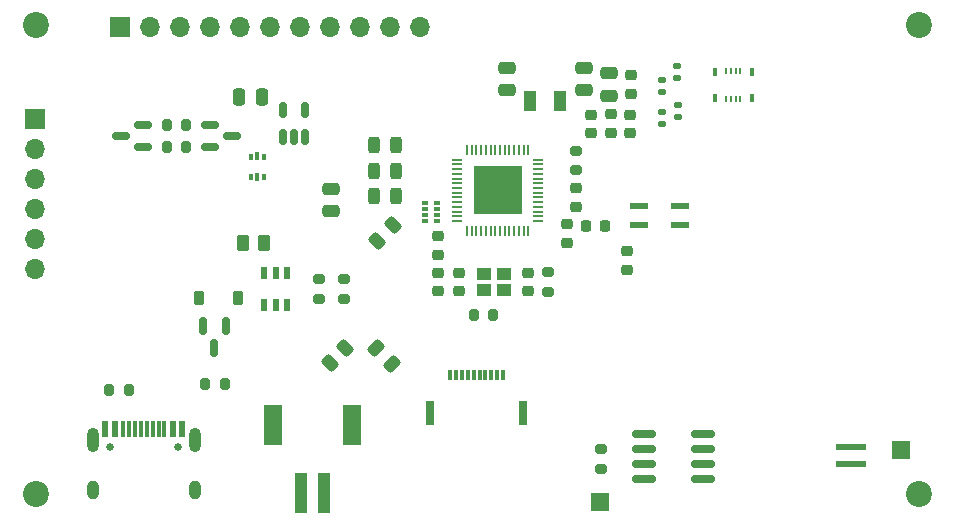
<source format=gts>
G04 #@! TF.GenerationSoftware,KiCad,Pcbnew,7.0.11-7.0.11~ubuntu22.04.1*
G04 #@! TF.CreationDate,2024-06-25T15:30:52+02:00*
G04 #@! TF.ProjectId,S3-silicon-Sharp-Touch,53332d73-696c-4696-936f-6e2d53686172,rev?*
G04 #@! TF.SameCoordinates,Original*
G04 #@! TF.FileFunction,Soldermask,Top*
G04 #@! TF.FilePolarity,Negative*
%FSLAX46Y46*%
G04 Gerber Fmt 4.6, Leading zero omitted, Abs format (unit mm)*
G04 Created by KiCad (PCBNEW 7.0.11-7.0.11~ubuntu22.04.1) date 2024-06-25 15:30:52*
%MOMM*%
%LPD*%
G01*
G04 APERTURE LIST*
G04 Aperture macros list*
%AMRoundRect*
0 Rectangle with rounded corners*
0 $1 Rounding radius*
0 $2 $3 $4 $5 $6 $7 $8 $9 X,Y pos of 4 corners*
0 Add a 4 corners polygon primitive as box body*
4,1,4,$2,$3,$4,$5,$6,$7,$8,$9,$2,$3,0*
0 Add four circle primitives for the rounded corners*
1,1,$1+$1,$2,$3*
1,1,$1+$1,$4,$5*
1,1,$1+$1,$6,$7*
1,1,$1+$1,$8,$9*
0 Add four rect primitives between the rounded corners*
20,1,$1+$1,$2,$3,$4,$5,0*
20,1,$1+$1,$4,$5,$6,$7,0*
20,1,$1+$1,$6,$7,$8,$9,0*
20,1,$1+$1,$8,$9,$2,$3,0*%
G04 Aperture macros list end*
%ADD10C,0.650000*%
%ADD11R,0.600000X1.450000*%
%ADD12R,0.300000X1.450000*%
%ADD13O,1.000000X2.100000*%
%ADD14O,1.000000X1.600000*%
%ADD15RoundRect,0.200000X-0.275000X0.200000X-0.275000X-0.200000X0.275000X-0.200000X0.275000X0.200000X0*%
%ADD16R,1.193800X0.990600*%
%ADD17RoundRect,0.250000X-0.475000X0.250000X-0.475000X-0.250000X0.475000X-0.250000X0.475000X0.250000X0*%
%ADD18RoundRect,0.200000X-0.200000X-0.275000X0.200000X-0.275000X0.200000X0.275000X-0.200000X0.275000X0*%
%ADD19R,0.500000X0.320000*%
%ADD20RoundRect,0.225000X-0.250000X0.225000X-0.250000X-0.225000X0.250000X-0.225000X0.250000X0.225000X0*%
%ADD21RoundRect,0.218750X-0.256250X0.218750X-0.256250X-0.218750X0.256250X-0.218750X0.256250X0.218750X0*%
%ADD22RoundRect,0.200000X0.200000X0.275000X-0.200000X0.275000X-0.200000X-0.275000X0.200000X-0.275000X0*%
%ADD23RoundRect,0.243750X-0.150260X0.494975X-0.494975X0.150260X0.150260X-0.494975X0.494975X-0.150260X0*%
%ADD24RoundRect,0.135000X-0.185000X0.135000X-0.185000X-0.135000X0.185000X-0.135000X0.185000X0.135000X0*%
%ADD25RoundRect,0.150000X-0.587500X-0.150000X0.587500X-0.150000X0.587500X0.150000X-0.587500X0.150000X0*%
%ADD26RoundRect,0.243750X-0.243750X-0.456250X0.243750X-0.456250X0.243750X0.456250X-0.243750X0.456250X0*%
%ADD27R,2.616200X0.609600*%
%ADD28R,2.514600X0.609600*%
%ADD29R,0.220000X0.475000*%
%ADD30R,0.320000X0.650000*%
%ADD31RoundRect,0.225000X0.250000X-0.225000X0.250000X0.225000X-0.250000X0.225000X-0.250000X-0.225000X0*%
%ADD32RoundRect,0.150000X-0.150000X0.587500X-0.150000X-0.587500X0.150000X-0.587500X0.150000X0.587500X0*%
%ADD33RoundRect,0.250000X-0.262500X-0.450000X0.262500X-0.450000X0.262500X0.450000X-0.262500X0.450000X0*%
%ADD34R,1.500000X1.500000*%
%ADD35R,1.000000X3.500000*%
%ADD36R,1.500000X3.400000*%
%ADD37C,2.200000*%
%ADD38R,1.000000X1.800000*%
%ADD39RoundRect,0.150000X-0.825000X-0.150000X0.825000X-0.150000X0.825000X0.150000X-0.825000X0.150000X0*%
%ADD40RoundRect,0.218750X0.218750X0.256250X-0.218750X0.256250X-0.218750X-0.256250X0.218750X-0.256250X0*%
%ADD41R,0.850000X0.200000*%
%ADD42R,0.200000X0.850000*%
%ADD43R,4.050000X4.050000*%
%ADD44RoundRect,0.243750X0.150260X-0.494975X0.494975X-0.150260X-0.150260X0.494975X-0.494975X0.150260X0*%
%ADD45RoundRect,0.225000X-0.225000X-0.375000X0.225000X-0.375000X0.225000X0.375000X-0.225000X0.375000X0*%
%ADD46RoundRect,0.150000X0.150000X-0.512500X0.150000X0.512500X-0.150000X0.512500X-0.150000X-0.512500X0*%
%ADD47RoundRect,0.250000X-0.250000X-0.475000X0.250000X-0.475000X0.250000X0.475000X-0.250000X0.475000X0*%
%ADD48RoundRect,0.200000X0.275000X-0.200000X0.275000X0.200000X-0.275000X0.200000X-0.275000X-0.200000X0*%
%ADD49RoundRect,0.243750X-0.494975X-0.150260X-0.150260X-0.494975X0.494975X0.150260X0.150260X0.494975X0*%
%ADD50R,0.558800X0.990600*%
%ADD51R,1.700000X1.700000*%
%ADD52O,1.700000X1.700000*%
%ADD53R,1.500000X0.600000*%
%ADD54RoundRect,0.150000X0.587500X0.150000X-0.587500X0.150000X-0.587500X-0.150000X0.587500X-0.150000X0*%
%ADD55R,0.300000X0.850000*%
%ADD56R,0.800000X2.000000*%
%ADD57R,0.375000X0.500000*%
%ADD58R,0.300000X0.650000*%
G04 APERTURE END LIST*
D10*
X36500000Y-69615000D03*
X42280000Y-69615000D03*
D11*
X36140000Y-68170000D03*
X36940000Y-68170000D03*
D12*
X38140000Y-68170000D03*
X39140000Y-68170000D03*
X39640000Y-68170000D03*
X40640000Y-68170000D03*
D11*
X41840000Y-68170000D03*
X42640000Y-68170000D03*
X42640000Y-68170000D03*
X41840000Y-68170000D03*
D12*
X41140000Y-68170000D03*
X40140000Y-68170000D03*
X38640000Y-68170000D03*
X37640000Y-68170000D03*
D11*
X36940000Y-68170000D03*
X36140000Y-68170000D03*
D13*
X35070000Y-69085000D03*
D14*
X35070000Y-73265000D03*
D13*
X43710000Y-69085000D03*
D14*
X43710000Y-73265000D03*
D15*
X76020000Y-44565000D03*
X76020000Y-46215000D03*
D16*
X68159999Y-56339999D03*
X69860001Y-56339999D03*
X69860001Y-55040001D03*
X68159999Y-55040001D03*
D17*
X78800000Y-38000000D03*
X78800000Y-39900000D03*
D18*
X41335000Y-44280000D03*
X42985000Y-44280000D03*
D19*
X63180000Y-49020000D03*
X63180000Y-49520000D03*
X63180000Y-50020000D03*
X63180000Y-50520000D03*
X64180000Y-50520000D03*
X64180000Y-50020000D03*
X64180000Y-49520000D03*
X64180000Y-49020000D03*
D20*
X64270000Y-51810000D03*
X64270000Y-53360000D03*
D21*
X78940000Y-41492500D03*
X78940000Y-43067500D03*
D22*
X38125000Y-64860000D03*
X36475000Y-64860000D03*
D23*
X56450000Y-61250000D03*
X55124174Y-62575826D03*
D24*
X84530000Y-37420000D03*
X84530000Y-38440000D03*
D25*
X44982500Y-42370000D03*
X44982500Y-44270000D03*
X46857500Y-43320000D03*
D26*
X58902500Y-48433332D03*
X60777500Y-48433332D03*
D27*
X99229200Y-71130002D03*
D28*
X99280000Y-69630000D03*
D29*
X88700004Y-40207499D03*
X89100003Y-40207499D03*
X89500003Y-40207499D03*
X89900002Y-40207499D03*
X88700004Y-37782501D03*
X89100003Y-37782501D03*
X89500003Y-37782501D03*
X89900002Y-37782501D03*
D30*
X87750006Y-37910000D03*
X90850000Y-37910000D03*
X87750006Y-40080000D03*
X90850000Y-40080000D03*
D20*
X80670000Y-38185000D03*
X80670000Y-39735000D03*
D17*
X55255000Y-47775000D03*
X55255000Y-49675000D03*
D31*
X80590000Y-43055000D03*
X80590000Y-41505000D03*
D32*
X46310000Y-59415000D03*
X44410000Y-59415000D03*
X45360000Y-61290000D03*
D17*
X70100000Y-37550000D03*
X70100000Y-39450000D03*
D20*
X66085000Y-54915000D03*
X66085000Y-56465000D03*
D15*
X73600000Y-54865000D03*
X73600000Y-56515000D03*
D24*
X83260000Y-38580000D03*
X83260000Y-39600000D03*
D20*
X75220000Y-50800000D03*
X75220000Y-52350000D03*
D33*
X47780000Y-52420000D03*
X49605000Y-52420000D03*
D34*
X103500000Y-69870000D03*
D35*
X54660000Y-73530000D03*
X52660000Y-73530000D03*
D36*
X57010000Y-67780000D03*
X50310000Y-67780000D03*
D22*
X68955000Y-58510000D03*
X67305000Y-58510000D03*
D37*
X105020000Y-73660000D03*
D17*
X76650000Y-37550000D03*
X76650000Y-39450000D03*
D38*
X74625000Y-40400000D03*
X72125000Y-40400000D03*
D37*
X30240000Y-73660000D03*
D39*
X81780000Y-68570000D03*
X81780000Y-69840000D03*
X81780000Y-71110000D03*
X81780000Y-72380000D03*
X86730000Y-72380000D03*
X86730000Y-71110000D03*
X86730000Y-69840000D03*
X86730000Y-68570000D03*
D37*
X105020000Y-33950000D03*
D40*
X78437500Y-50910000D03*
X76862500Y-50910000D03*
D41*
X72800000Y-50525000D03*
X72800000Y-50125000D03*
X72800000Y-49725000D03*
X72800000Y-49325000D03*
X72800000Y-48925000D03*
X72800000Y-48525000D03*
X72800000Y-48125000D03*
X72800000Y-47725000D03*
X72800000Y-47325000D03*
X72800000Y-46925000D03*
X72800000Y-46525000D03*
X72800000Y-46125000D03*
X72800000Y-45725000D03*
X72800000Y-45325000D03*
D42*
X71950000Y-44475000D03*
X71550000Y-44475000D03*
X71150000Y-44475000D03*
X70750000Y-44475000D03*
X70350000Y-44475000D03*
X69950000Y-44475000D03*
X69550000Y-44475000D03*
X69150000Y-44475000D03*
X68750000Y-44475000D03*
X68350000Y-44475000D03*
X67950000Y-44475000D03*
X67550000Y-44475000D03*
X67150000Y-44475000D03*
X66750000Y-44475000D03*
D41*
X65900000Y-45325000D03*
X65900000Y-45725000D03*
X65900000Y-46125000D03*
X65900000Y-46525000D03*
X65900000Y-46925000D03*
X65900000Y-47325000D03*
X65900000Y-47725000D03*
X65900000Y-48125000D03*
X65900000Y-48525000D03*
X65900000Y-48925000D03*
X65900000Y-49325000D03*
X65900000Y-49725000D03*
X65900000Y-50125000D03*
X65900000Y-50525000D03*
D42*
X66750000Y-51375000D03*
X67150000Y-51375000D03*
X67550000Y-51375000D03*
X67950000Y-51375000D03*
X68350000Y-51375000D03*
X68750000Y-51375000D03*
X69150000Y-51375000D03*
X69550000Y-51375000D03*
X69950000Y-51375000D03*
X70350000Y-51375000D03*
X70750000Y-51375000D03*
X71150000Y-51375000D03*
X71550000Y-51375000D03*
X71950000Y-51375000D03*
D43*
X69350000Y-47925000D03*
D44*
X59137087Y-52212913D03*
X60462913Y-50887087D03*
D45*
X44052500Y-57062500D03*
X47352500Y-57062500D03*
D22*
X42985000Y-42350000D03*
X41335000Y-42350000D03*
D46*
X51160000Y-43397500D03*
X52110000Y-43397500D03*
X53060000Y-43397500D03*
X53060000Y-41122500D03*
X51160000Y-41122500D03*
D15*
X78125000Y-69825000D03*
X78125000Y-71475000D03*
D20*
X80270000Y-53080000D03*
X80270000Y-54630000D03*
D26*
X58902500Y-44080000D03*
X60777500Y-44080000D03*
D24*
X83230000Y-41280000D03*
X83230000Y-42300000D03*
D37*
X30240000Y-33950000D03*
D26*
X58902500Y-46256666D03*
X60777500Y-46256666D03*
D47*
X47480000Y-40010000D03*
X49380000Y-40010000D03*
D24*
X84580000Y-40680000D03*
X84580000Y-41700000D03*
D48*
X54210000Y-57105000D03*
X54210000Y-55455000D03*
D20*
X77290000Y-41505000D03*
X77290000Y-43055000D03*
D49*
X59037087Y-61287087D03*
X60362913Y-62612913D03*
D50*
X49599998Y-57610000D03*
X50549999Y-57610000D03*
X51500000Y-57610000D03*
X51500000Y-54892200D03*
X50549999Y-54892200D03*
X49599998Y-54892200D03*
D51*
X30150000Y-41840000D03*
D52*
X30150000Y-44380000D03*
X30150000Y-46920000D03*
X30150000Y-49460000D03*
X30150000Y-52000000D03*
X30150000Y-54540000D03*
D53*
X81280000Y-50880000D03*
X84780000Y-50880000D03*
X84780000Y-49280000D03*
X81280000Y-49280000D03*
D48*
X56310000Y-57105000D03*
X56310000Y-55455000D03*
D54*
X39340000Y-44270000D03*
X39340000Y-42370000D03*
X37465000Y-43320000D03*
D20*
X76020000Y-47755000D03*
X76020000Y-49305000D03*
D31*
X71960000Y-56465000D03*
X71960000Y-54915000D03*
D22*
X46225000Y-64360000D03*
X44575000Y-64360000D03*
D51*
X37400000Y-34130000D03*
D52*
X39940000Y-34130000D03*
X42480000Y-34130000D03*
X45020000Y-34130000D03*
X47560000Y-34130000D03*
X50100000Y-34130000D03*
X52640000Y-34130000D03*
X55180000Y-34130000D03*
X57720000Y-34130000D03*
X60260000Y-34130000D03*
X62800000Y-34130000D03*
D55*
X65320000Y-63595000D03*
X65820000Y-63595000D03*
X66320000Y-63595000D03*
X66820000Y-63595000D03*
X67320000Y-63595000D03*
X67820000Y-63595000D03*
X68320000Y-63595000D03*
X68820000Y-63595000D03*
X69320000Y-63595000D03*
X69820000Y-63595000D03*
D56*
X63620000Y-66770000D03*
X71520000Y-66770000D03*
D34*
X78030000Y-74340000D03*
D31*
X64260000Y-56465000D03*
X64260000Y-54915000D03*
D57*
X48462500Y-46760000D03*
D58*
X49000000Y-46835000D03*
D57*
X49537500Y-46760000D03*
X49537500Y-45060000D03*
D58*
X49000000Y-44985000D03*
D57*
X48462500Y-45060000D03*
M02*

</source>
